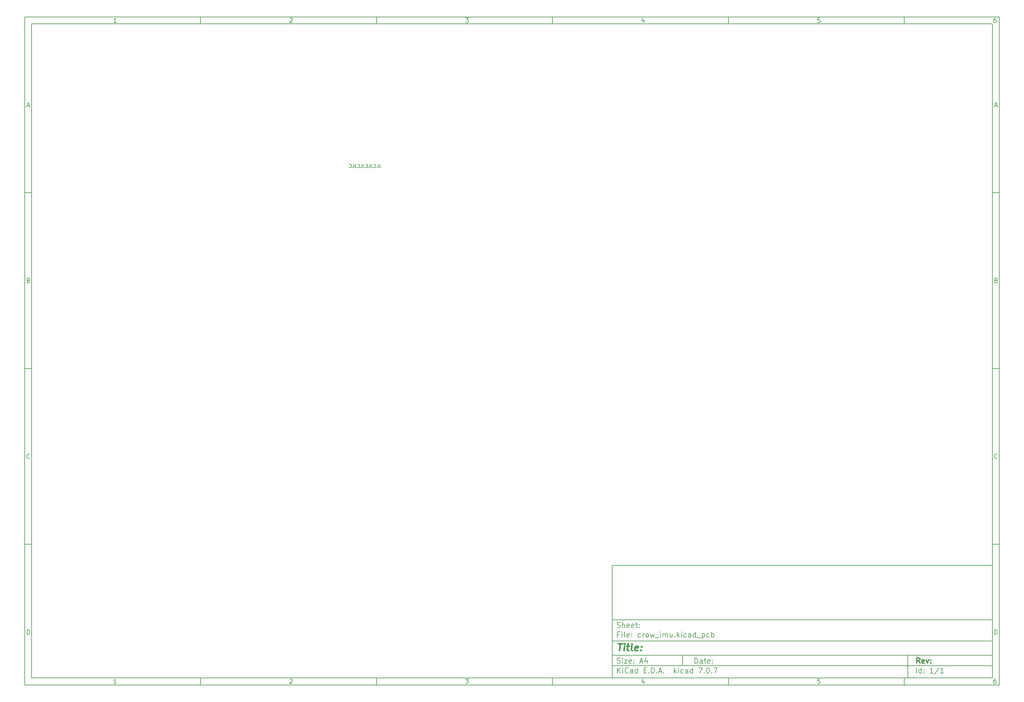
<source format=gbo>
%TF.GenerationSoftware,KiCad,Pcbnew,7.0.7*%
%TF.CreationDate,2024-01-01T11:16:14+09:00*%
%TF.ProjectId,crow_imu,63726f77-5f69-46d7-952e-6b696361645f,rev?*%
%TF.SameCoordinates,Original*%
%TF.FileFunction,Legend,Bot*%
%TF.FilePolarity,Positive*%
%FSLAX46Y46*%
G04 Gerber Fmt 4.6, Leading zero omitted, Abs format (unit mm)*
G04 Created by KiCad (PCBNEW 7.0.7) date 2024-01-01 11:16:14*
%MOMM*%
%LPD*%
G01*
G04 APERTURE LIST*
%ADD10C,0.100000*%
%ADD11C,0.150000*%
%ADD12C,0.300000*%
%ADD13C,0.400000*%
%ADD14C,0.200000*%
G04 APERTURE END LIST*
D10*
D11*
X177002200Y-166007200D02*
X285002200Y-166007200D01*
X285002200Y-198007200D01*
X177002200Y-198007200D01*
X177002200Y-166007200D01*
D10*
D11*
X10000000Y-10000000D02*
X287002200Y-10000000D01*
X287002200Y-200007200D01*
X10000000Y-200007200D01*
X10000000Y-10000000D01*
D10*
D11*
X12000000Y-12000000D02*
X285002200Y-12000000D01*
X285002200Y-198007200D01*
X12000000Y-198007200D01*
X12000000Y-12000000D01*
D10*
D11*
X60000000Y-12000000D02*
X60000000Y-10000000D01*
D10*
D11*
X110000000Y-12000000D02*
X110000000Y-10000000D01*
D10*
D11*
X160000000Y-12000000D02*
X160000000Y-10000000D01*
D10*
D11*
X210000000Y-12000000D02*
X210000000Y-10000000D01*
D10*
D11*
X260000000Y-12000000D02*
X260000000Y-10000000D01*
D10*
D11*
X36089160Y-11593604D02*
X35346303Y-11593604D01*
X35717731Y-11593604D02*
X35717731Y-10293604D01*
X35717731Y-10293604D02*
X35593922Y-10479319D01*
X35593922Y-10479319D02*
X35470112Y-10603128D01*
X35470112Y-10603128D02*
X35346303Y-10665033D01*
D10*
D11*
X85346303Y-10417414D02*
X85408207Y-10355509D01*
X85408207Y-10355509D02*
X85532017Y-10293604D01*
X85532017Y-10293604D02*
X85841541Y-10293604D01*
X85841541Y-10293604D02*
X85965350Y-10355509D01*
X85965350Y-10355509D02*
X86027255Y-10417414D01*
X86027255Y-10417414D02*
X86089160Y-10541223D01*
X86089160Y-10541223D02*
X86089160Y-10665033D01*
X86089160Y-10665033D02*
X86027255Y-10850747D01*
X86027255Y-10850747D02*
X85284398Y-11593604D01*
X85284398Y-11593604D02*
X86089160Y-11593604D01*
D10*
D11*
X135284398Y-10293604D02*
X136089160Y-10293604D01*
X136089160Y-10293604D02*
X135655826Y-10788842D01*
X135655826Y-10788842D02*
X135841541Y-10788842D01*
X135841541Y-10788842D02*
X135965350Y-10850747D01*
X135965350Y-10850747D02*
X136027255Y-10912652D01*
X136027255Y-10912652D02*
X136089160Y-11036461D01*
X136089160Y-11036461D02*
X136089160Y-11345985D01*
X136089160Y-11345985D02*
X136027255Y-11469795D01*
X136027255Y-11469795D02*
X135965350Y-11531700D01*
X135965350Y-11531700D02*
X135841541Y-11593604D01*
X135841541Y-11593604D02*
X135470112Y-11593604D01*
X135470112Y-11593604D02*
X135346303Y-11531700D01*
X135346303Y-11531700D02*
X135284398Y-11469795D01*
D10*
D11*
X185965350Y-10726938D02*
X185965350Y-11593604D01*
X185655826Y-10231700D02*
X185346303Y-11160271D01*
X185346303Y-11160271D02*
X186151064Y-11160271D01*
D10*
D11*
X236027255Y-10293604D02*
X235408207Y-10293604D01*
X235408207Y-10293604D02*
X235346303Y-10912652D01*
X235346303Y-10912652D02*
X235408207Y-10850747D01*
X235408207Y-10850747D02*
X235532017Y-10788842D01*
X235532017Y-10788842D02*
X235841541Y-10788842D01*
X235841541Y-10788842D02*
X235965350Y-10850747D01*
X235965350Y-10850747D02*
X236027255Y-10912652D01*
X236027255Y-10912652D02*
X236089160Y-11036461D01*
X236089160Y-11036461D02*
X236089160Y-11345985D01*
X236089160Y-11345985D02*
X236027255Y-11469795D01*
X236027255Y-11469795D02*
X235965350Y-11531700D01*
X235965350Y-11531700D02*
X235841541Y-11593604D01*
X235841541Y-11593604D02*
X235532017Y-11593604D01*
X235532017Y-11593604D02*
X235408207Y-11531700D01*
X235408207Y-11531700D02*
X235346303Y-11469795D01*
D10*
D11*
X285965350Y-10293604D02*
X285717731Y-10293604D01*
X285717731Y-10293604D02*
X285593922Y-10355509D01*
X285593922Y-10355509D02*
X285532017Y-10417414D01*
X285532017Y-10417414D02*
X285408207Y-10603128D01*
X285408207Y-10603128D02*
X285346303Y-10850747D01*
X285346303Y-10850747D02*
X285346303Y-11345985D01*
X285346303Y-11345985D02*
X285408207Y-11469795D01*
X285408207Y-11469795D02*
X285470112Y-11531700D01*
X285470112Y-11531700D02*
X285593922Y-11593604D01*
X285593922Y-11593604D02*
X285841541Y-11593604D01*
X285841541Y-11593604D02*
X285965350Y-11531700D01*
X285965350Y-11531700D02*
X286027255Y-11469795D01*
X286027255Y-11469795D02*
X286089160Y-11345985D01*
X286089160Y-11345985D02*
X286089160Y-11036461D01*
X286089160Y-11036461D02*
X286027255Y-10912652D01*
X286027255Y-10912652D02*
X285965350Y-10850747D01*
X285965350Y-10850747D02*
X285841541Y-10788842D01*
X285841541Y-10788842D02*
X285593922Y-10788842D01*
X285593922Y-10788842D02*
X285470112Y-10850747D01*
X285470112Y-10850747D02*
X285408207Y-10912652D01*
X285408207Y-10912652D02*
X285346303Y-11036461D01*
D10*
D11*
X60000000Y-198007200D02*
X60000000Y-200007200D01*
D10*
D11*
X110000000Y-198007200D02*
X110000000Y-200007200D01*
D10*
D11*
X160000000Y-198007200D02*
X160000000Y-200007200D01*
D10*
D11*
X210000000Y-198007200D02*
X210000000Y-200007200D01*
D10*
D11*
X260000000Y-198007200D02*
X260000000Y-200007200D01*
D10*
D11*
X36089160Y-199600804D02*
X35346303Y-199600804D01*
X35717731Y-199600804D02*
X35717731Y-198300804D01*
X35717731Y-198300804D02*
X35593922Y-198486519D01*
X35593922Y-198486519D02*
X35470112Y-198610328D01*
X35470112Y-198610328D02*
X35346303Y-198672233D01*
D10*
D11*
X85346303Y-198424614D02*
X85408207Y-198362709D01*
X85408207Y-198362709D02*
X85532017Y-198300804D01*
X85532017Y-198300804D02*
X85841541Y-198300804D01*
X85841541Y-198300804D02*
X85965350Y-198362709D01*
X85965350Y-198362709D02*
X86027255Y-198424614D01*
X86027255Y-198424614D02*
X86089160Y-198548423D01*
X86089160Y-198548423D02*
X86089160Y-198672233D01*
X86089160Y-198672233D02*
X86027255Y-198857947D01*
X86027255Y-198857947D02*
X85284398Y-199600804D01*
X85284398Y-199600804D02*
X86089160Y-199600804D01*
D10*
D11*
X135284398Y-198300804D02*
X136089160Y-198300804D01*
X136089160Y-198300804D02*
X135655826Y-198796042D01*
X135655826Y-198796042D02*
X135841541Y-198796042D01*
X135841541Y-198796042D02*
X135965350Y-198857947D01*
X135965350Y-198857947D02*
X136027255Y-198919852D01*
X136027255Y-198919852D02*
X136089160Y-199043661D01*
X136089160Y-199043661D02*
X136089160Y-199353185D01*
X136089160Y-199353185D02*
X136027255Y-199476995D01*
X136027255Y-199476995D02*
X135965350Y-199538900D01*
X135965350Y-199538900D02*
X135841541Y-199600804D01*
X135841541Y-199600804D02*
X135470112Y-199600804D01*
X135470112Y-199600804D02*
X135346303Y-199538900D01*
X135346303Y-199538900D02*
X135284398Y-199476995D01*
D10*
D11*
X185965350Y-198734138D02*
X185965350Y-199600804D01*
X185655826Y-198238900D02*
X185346303Y-199167471D01*
X185346303Y-199167471D02*
X186151064Y-199167471D01*
D10*
D11*
X236027255Y-198300804D02*
X235408207Y-198300804D01*
X235408207Y-198300804D02*
X235346303Y-198919852D01*
X235346303Y-198919852D02*
X235408207Y-198857947D01*
X235408207Y-198857947D02*
X235532017Y-198796042D01*
X235532017Y-198796042D02*
X235841541Y-198796042D01*
X235841541Y-198796042D02*
X235965350Y-198857947D01*
X235965350Y-198857947D02*
X236027255Y-198919852D01*
X236027255Y-198919852D02*
X236089160Y-199043661D01*
X236089160Y-199043661D02*
X236089160Y-199353185D01*
X236089160Y-199353185D02*
X236027255Y-199476995D01*
X236027255Y-199476995D02*
X235965350Y-199538900D01*
X235965350Y-199538900D02*
X235841541Y-199600804D01*
X235841541Y-199600804D02*
X235532017Y-199600804D01*
X235532017Y-199600804D02*
X235408207Y-199538900D01*
X235408207Y-199538900D02*
X235346303Y-199476995D01*
D10*
D11*
X285965350Y-198300804D02*
X285717731Y-198300804D01*
X285717731Y-198300804D02*
X285593922Y-198362709D01*
X285593922Y-198362709D02*
X285532017Y-198424614D01*
X285532017Y-198424614D02*
X285408207Y-198610328D01*
X285408207Y-198610328D02*
X285346303Y-198857947D01*
X285346303Y-198857947D02*
X285346303Y-199353185D01*
X285346303Y-199353185D02*
X285408207Y-199476995D01*
X285408207Y-199476995D02*
X285470112Y-199538900D01*
X285470112Y-199538900D02*
X285593922Y-199600804D01*
X285593922Y-199600804D02*
X285841541Y-199600804D01*
X285841541Y-199600804D02*
X285965350Y-199538900D01*
X285965350Y-199538900D02*
X286027255Y-199476995D01*
X286027255Y-199476995D02*
X286089160Y-199353185D01*
X286089160Y-199353185D02*
X286089160Y-199043661D01*
X286089160Y-199043661D02*
X286027255Y-198919852D01*
X286027255Y-198919852D02*
X285965350Y-198857947D01*
X285965350Y-198857947D02*
X285841541Y-198796042D01*
X285841541Y-198796042D02*
X285593922Y-198796042D01*
X285593922Y-198796042D02*
X285470112Y-198857947D01*
X285470112Y-198857947D02*
X285408207Y-198919852D01*
X285408207Y-198919852D02*
X285346303Y-199043661D01*
D10*
D11*
X10000000Y-60000000D02*
X12000000Y-60000000D01*
D10*
D11*
X10000000Y-110000000D02*
X12000000Y-110000000D01*
D10*
D11*
X10000000Y-160000000D02*
X12000000Y-160000000D01*
D10*
D11*
X10690476Y-35222176D02*
X11309523Y-35222176D01*
X10566666Y-35593604D02*
X10999999Y-34293604D01*
X10999999Y-34293604D02*
X11433333Y-35593604D01*
D10*
D11*
X11092857Y-84912652D02*
X11278571Y-84974557D01*
X11278571Y-84974557D02*
X11340476Y-85036461D01*
X11340476Y-85036461D02*
X11402380Y-85160271D01*
X11402380Y-85160271D02*
X11402380Y-85345985D01*
X11402380Y-85345985D02*
X11340476Y-85469795D01*
X11340476Y-85469795D02*
X11278571Y-85531700D01*
X11278571Y-85531700D02*
X11154761Y-85593604D01*
X11154761Y-85593604D02*
X10659523Y-85593604D01*
X10659523Y-85593604D02*
X10659523Y-84293604D01*
X10659523Y-84293604D02*
X11092857Y-84293604D01*
X11092857Y-84293604D02*
X11216666Y-84355509D01*
X11216666Y-84355509D02*
X11278571Y-84417414D01*
X11278571Y-84417414D02*
X11340476Y-84541223D01*
X11340476Y-84541223D02*
X11340476Y-84665033D01*
X11340476Y-84665033D02*
X11278571Y-84788842D01*
X11278571Y-84788842D02*
X11216666Y-84850747D01*
X11216666Y-84850747D02*
X11092857Y-84912652D01*
X11092857Y-84912652D02*
X10659523Y-84912652D01*
D10*
D11*
X11402380Y-135469795D02*
X11340476Y-135531700D01*
X11340476Y-135531700D02*
X11154761Y-135593604D01*
X11154761Y-135593604D02*
X11030952Y-135593604D01*
X11030952Y-135593604D02*
X10845238Y-135531700D01*
X10845238Y-135531700D02*
X10721428Y-135407890D01*
X10721428Y-135407890D02*
X10659523Y-135284080D01*
X10659523Y-135284080D02*
X10597619Y-135036461D01*
X10597619Y-135036461D02*
X10597619Y-134850747D01*
X10597619Y-134850747D02*
X10659523Y-134603128D01*
X10659523Y-134603128D02*
X10721428Y-134479319D01*
X10721428Y-134479319D02*
X10845238Y-134355509D01*
X10845238Y-134355509D02*
X11030952Y-134293604D01*
X11030952Y-134293604D02*
X11154761Y-134293604D01*
X11154761Y-134293604D02*
X11340476Y-134355509D01*
X11340476Y-134355509D02*
X11402380Y-134417414D01*
D10*
D11*
X10659523Y-185593604D02*
X10659523Y-184293604D01*
X10659523Y-184293604D02*
X10969047Y-184293604D01*
X10969047Y-184293604D02*
X11154761Y-184355509D01*
X11154761Y-184355509D02*
X11278571Y-184479319D01*
X11278571Y-184479319D02*
X11340476Y-184603128D01*
X11340476Y-184603128D02*
X11402380Y-184850747D01*
X11402380Y-184850747D02*
X11402380Y-185036461D01*
X11402380Y-185036461D02*
X11340476Y-185284080D01*
X11340476Y-185284080D02*
X11278571Y-185407890D01*
X11278571Y-185407890D02*
X11154761Y-185531700D01*
X11154761Y-185531700D02*
X10969047Y-185593604D01*
X10969047Y-185593604D02*
X10659523Y-185593604D01*
D10*
D11*
X287002200Y-60000000D02*
X285002200Y-60000000D01*
D10*
D11*
X287002200Y-110000000D02*
X285002200Y-110000000D01*
D10*
D11*
X287002200Y-160000000D02*
X285002200Y-160000000D01*
D10*
D11*
X285692676Y-35222176D02*
X286311723Y-35222176D01*
X285568866Y-35593604D02*
X286002199Y-34293604D01*
X286002199Y-34293604D02*
X286435533Y-35593604D01*
D10*
D11*
X286095057Y-84912652D02*
X286280771Y-84974557D01*
X286280771Y-84974557D02*
X286342676Y-85036461D01*
X286342676Y-85036461D02*
X286404580Y-85160271D01*
X286404580Y-85160271D02*
X286404580Y-85345985D01*
X286404580Y-85345985D02*
X286342676Y-85469795D01*
X286342676Y-85469795D02*
X286280771Y-85531700D01*
X286280771Y-85531700D02*
X286156961Y-85593604D01*
X286156961Y-85593604D02*
X285661723Y-85593604D01*
X285661723Y-85593604D02*
X285661723Y-84293604D01*
X285661723Y-84293604D02*
X286095057Y-84293604D01*
X286095057Y-84293604D02*
X286218866Y-84355509D01*
X286218866Y-84355509D02*
X286280771Y-84417414D01*
X286280771Y-84417414D02*
X286342676Y-84541223D01*
X286342676Y-84541223D02*
X286342676Y-84665033D01*
X286342676Y-84665033D02*
X286280771Y-84788842D01*
X286280771Y-84788842D02*
X286218866Y-84850747D01*
X286218866Y-84850747D02*
X286095057Y-84912652D01*
X286095057Y-84912652D02*
X285661723Y-84912652D01*
D10*
D11*
X286404580Y-135469795D02*
X286342676Y-135531700D01*
X286342676Y-135531700D02*
X286156961Y-135593604D01*
X286156961Y-135593604D02*
X286033152Y-135593604D01*
X286033152Y-135593604D02*
X285847438Y-135531700D01*
X285847438Y-135531700D02*
X285723628Y-135407890D01*
X285723628Y-135407890D02*
X285661723Y-135284080D01*
X285661723Y-135284080D02*
X285599819Y-135036461D01*
X285599819Y-135036461D02*
X285599819Y-134850747D01*
X285599819Y-134850747D02*
X285661723Y-134603128D01*
X285661723Y-134603128D02*
X285723628Y-134479319D01*
X285723628Y-134479319D02*
X285847438Y-134355509D01*
X285847438Y-134355509D02*
X286033152Y-134293604D01*
X286033152Y-134293604D02*
X286156961Y-134293604D01*
X286156961Y-134293604D02*
X286342676Y-134355509D01*
X286342676Y-134355509D02*
X286404580Y-134417414D01*
D10*
D11*
X285661723Y-185593604D02*
X285661723Y-184293604D01*
X285661723Y-184293604D02*
X285971247Y-184293604D01*
X285971247Y-184293604D02*
X286156961Y-184355509D01*
X286156961Y-184355509D02*
X286280771Y-184479319D01*
X286280771Y-184479319D02*
X286342676Y-184603128D01*
X286342676Y-184603128D02*
X286404580Y-184850747D01*
X286404580Y-184850747D02*
X286404580Y-185036461D01*
X286404580Y-185036461D02*
X286342676Y-185284080D01*
X286342676Y-185284080D02*
X286280771Y-185407890D01*
X286280771Y-185407890D02*
X286156961Y-185531700D01*
X286156961Y-185531700D02*
X285971247Y-185593604D01*
X285971247Y-185593604D02*
X285661723Y-185593604D01*
D10*
D11*
X200458026Y-193793328D02*
X200458026Y-192293328D01*
X200458026Y-192293328D02*
X200815169Y-192293328D01*
X200815169Y-192293328D02*
X201029455Y-192364757D01*
X201029455Y-192364757D02*
X201172312Y-192507614D01*
X201172312Y-192507614D02*
X201243741Y-192650471D01*
X201243741Y-192650471D02*
X201315169Y-192936185D01*
X201315169Y-192936185D02*
X201315169Y-193150471D01*
X201315169Y-193150471D02*
X201243741Y-193436185D01*
X201243741Y-193436185D02*
X201172312Y-193579042D01*
X201172312Y-193579042D02*
X201029455Y-193721900D01*
X201029455Y-193721900D02*
X200815169Y-193793328D01*
X200815169Y-193793328D02*
X200458026Y-193793328D01*
X202600884Y-193793328D02*
X202600884Y-193007614D01*
X202600884Y-193007614D02*
X202529455Y-192864757D01*
X202529455Y-192864757D02*
X202386598Y-192793328D01*
X202386598Y-192793328D02*
X202100884Y-192793328D01*
X202100884Y-192793328D02*
X201958026Y-192864757D01*
X202600884Y-193721900D02*
X202458026Y-193793328D01*
X202458026Y-193793328D02*
X202100884Y-193793328D01*
X202100884Y-193793328D02*
X201958026Y-193721900D01*
X201958026Y-193721900D02*
X201886598Y-193579042D01*
X201886598Y-193579042D02*
X201886598Y-193436185D01*
X201886598Y-193436185D02*
X201958026Y-193293328D01*
X201958026Y-193293328D02*
X202100884Y-193221900D01*
X202100884Y-193221900D02*
X202458026Y-193221900D01*
X202458026Y-193221900D02*
X202600884Y-193150471D01*
X203100884Y-192793328D02*
X203672312Y-192793328D01*
X203315169Y-192293328D02*
X203315169Y-193579042D01*
X203315169Y-193579042D02*
X203386598Y-193721900D01*
X203386598Y-193721900D02*
X203529455Y-193793328D01*
X203529455Y-193793328D02*
X203672312Y-193793328D01*
X204743741Y-193721900D02*
X204600884Y-193793328D01*
X204600884Y-193793328D02*
X204315170Y-193793328D01*
X204315170Y-193793328D02*
X204172312Y-193721900D01*
X204172312Y-193721900D02*
X204100884Y-193579042D01*
X204100884Y-193579042D02*
X204100884Y-193007614D01*
X204100884Y-193007614D02*
X204172312Y-192864757D01*
X204172312Y-192864757D02*
X204315170Y-192793328D01*
X204315170Y-192793328D02*
X204600884Y-192793328D01*
X204600884Y-192793328D02*
X204743741Y-192864757D01*
X204743741Y-192864757D02*
X204815170Y-193007614D01*
X204815170Y-193007614D02*
X204815170Y-193150471D01*
X204815170Y-193150471D02*
X204100884Y-193293328D01*
X205458026Y-193650471D02*
X205529455Y-193721900D01*
X205529455Y-193721900D02*
X205458026Y-193793328D01*
X205458026Y-193793328D02*
X205386598Y-193721900D01*
X205386598Y-193721900D02*
X205458026Y-193650471D01*
X205458026Y-193650471D02*
X205458026Y-193793328D01*
X205458026Y-192864757D02*
X205529455Y-192936185D01*
X205529455Y-192936185D02*
X205458026Y-193007614D01*
X205458026Y-193007614D02*
X205386598Y-192936185D01*
X205386598Y-192936185D02*
X205458026Y-192864757D01*
X205458026Y-192864757D02*
X205458026Y-193007614D01*
D10*
D11*
X177002200Y-194507200D02*
X285002200Y-194507200D01*
D10*
D11*
X178458026Y-196593328D02*
X178458026Y-195093328D01*
X179315169Y-196593328D02*
X178672312Y-195736185D01*
X179315169Y-195093328D02*
X178458026Y-195950471D01*
X179958026Y-196593328D02*
X179958026Y-195593328D01*
X179958026Y-195093328D02*
X179886598Y-195164757D01*
X179886598Y-195164757D02*
X179958026Y-195236185D01*
X179958026Y-195236185D02*
X180029455Y-195164757D01*
X180029455Y-195164757D02*
X179958026Y-195093328D01*
X179958026Y-195093328D02*
X179958026Y-195236185D01*
X181529455Y-196450471D02*
X181458027Y-196521900D01*
X181458027Y-196521900D02*
X181243741Y-196593328D01*
X181243741Y-196593328D02*
X181100884Y-196593328D01*
X181100884Y-196593328D02*
X180886598Y-196521900D01*
X180886598Y-196521900D02*
X180743741Y-196379042D01*
X180743741Y-196379042D02*
X180672312Y-196236185D01*
X180672312Y-196236185D02*
X180600884Y-195950471D01*
X180600884Y-195950471D02*
X180600884Y-195736185D01*
X180600884Y-195736185D02*
X180672312Y-195450471D01*
X180672312Y-195450471D02*
X180743741Y-195307614D01*
X180743741Y-195307614D02*
X180886598Y-195164757D01*
X180886598Y-195164757D02*
X181100884Y-195093328D01*
X181100884Y-195093328D02*
X181243741Y-195093328D01*
X181243741Y-195093328D02*
X181458027Y-195164757D01*
X181458027Y-195164757D02*
X181529455Y-195236185D01*
X182815170Y-196593328D02*
X182815170Y-195807614D01*
X182815170Y-195807614D02*
X182743741Y-195664757D01*
X182743741Y-195664757D02*
X182600884Y-195593328D01*
X182600884Y-195593328D02*
X182315170Y-195593328D01*
X182315170Y-195593328D02*
X182172312Y-195664757D01*
X182815170Y-196521900D02*
X182672312Y-196593328D01*
X182672312Y-196593328D02*
X182315170Y-196593328D01*
X182315170Y-196593328D02*
X182172312Y-196521900D01*
X182172312Y-196521900D02*
X182100884Y-196379042D01*
X182100884Y-196379042D02*
X182100884Y-196236185D01*
X182100884Y-196236185D02*
X182172312Y-196093328D01*
X182172312Y-196093328D02*
X182315170Y-196021900D01*
X182315170Y-196021900D02*
X182672312Y-196021900D01*
X182672312Y-196021900D02*
X182815170Y-195950471D01*
X184172313Y-196593328D02*
X184172313Y-195093328D01*
X184172313Y-196521900D02*
X184029455Y-196593328D01*
X184029455Y-196593328D02*
X183743741Y-196593328D01*
X183743741Y-196593328D02*
X183600884Y-196521900D01*
X183600884Y-196521900D02*
X183529455Y-196450471D01*
X183529455Y-196450471D02*
X183458027Y-196307614D01*
X183458027Y-196307614D02*
X183458027Y-195879042D01*
X183458027Y-195879042D02*
X183529455Y-195736185D01*
X183529455Y-195736185D02*
X183600884Y-195664757D01*
X183600884Y-195664757D02*
X183743741Y-195593328D01*
X183743741Y-195593328D02*
X184029455Y-195593328D01*
X184029455Y-195593328D02*
X184172313Y-195664757D01*
X186029455Y-195807614D02*
X186529455Y-195807614D01*
X186743741Y-196593328D02*
X186029455Y-196593328D01*
X186029455Y-196593328D02*
X186029455Y-195093328D01*
X186029455Y-195093328D02*
X186743741Y-195093328D01*
X187386598Y-196450471D02*
X187458027Y-196521900D01*
X187458027Y-196521900D02*
X187386598Y-196593328D01*
X187386598Y-196593328D02*
X187315170Y-196521900D01*
X187315170Y-196521900D02*
X187386598Y-196450471D01*
X187386598Y-196450471D02*
X187386598Y-196593328D01*
X188100884Y-196593328D02*
X188100884Y-195093328D01*
X188100884Y-195093328D02*
X188458027Y-195093328D01*
X188458027Y-195093328D02*
X188672313Y-195164757D01*
X188672313Y-195164757D02*
X188815170Y-195307614D01*
X188815170Y-195307614D02*
X188886599Y-195450471D01*
X188886599Y-195450471D02*
X188958027Y-195736185D01*
X188958027Y-195736185D02*
X188958027Y-195950471D01*
X188958027Y-195950471D02*
X188886599Y-196236185D01*
X188886599Y-196236185D02*
X188815170Y-196379042D01*
X188815170Y-196379042D02*
X188672313Y-196521900D01*
X188672313Y-196521900D02*
X188458027Y-196593328D01*
X188458027Y-196593328D02*
X188100884Y-196593328D01*
X189600884Y-196450471D02*
X189672313Y-196521900D01*
X189672313Y-196521900D02*
X189600884Y-196593328D01*
X189600884Y-196593328D02*
X189529456Y-196521900D01*
X189529456Y-196521900D02*
X189600884Y-196450471D01*
X189600884Y-196450471D02*
X189600884Y-196593328D01*
X190243742Y-196164757D02*
X190958028Y-196164757D01*
X190100885Y-196593328D02*
X190600885Y-195093328D01*
X190600885Y-195093328D02*
X191100885Y-196593328D01*
X191600884Y-196450471D02*
X191672313Y-196521900D01*
X191672313Y-196521900D02*
X191600884Y-196593328D01*
X191600884Y-196593328D02*
X191529456Y-196521900D01*
X191529456Y-196521900D02*
X191600884Y-196450471D01*
X191600884Y-196450471D02*
X191600884Y-196593328D01*
X194600884Y-196593328D02*
X194600884Y-195093328D01*
X194743742Y-196021900D02*
X195172313Y-196593328D01*
X195172313Y-195593328D02*
X194600884Y-196164757D01*
X195815170Y-196593328D02*
X195815170Y-195593328D01*
X195815170Y-195093328D02*
X195743742Y-195164757D01*
X195743742Y-195164757D02*
X195815170Y-195236185D01*
X195815170Y-195236185D02*
X195886599Y-195164757D01*
X195886599Y-195164757D02*
X195815170Y-195093328D01*
X195815170Y-195093328D02*
X195815170Y-195236185D01*
X197172314Y-196521900D02*
X197029456Y-196593328D01*
X197029456Y-196593328D02*
X196743742Y-196593328D01*
X196743742Y-196593328D02*
X196600885Y-196521900D01*
X196600885Y-196521900D02*
X196529456Y-196450471D01*
X196529456Y-196450471D02*
X196458028Y-196307614D01*
X196458028Y-196307614D02*
X196458028Y-195879042D01*
X196458028Y-195879042D02*
X196529456Y-195736185D01*
X196529456Y-195736185D02*
X196600885Y-195664757D01*
X196600885Y-195664757D02*
X196743742Y-195593328D01*
X196743742Y-195593328D02*
X197029456Y-195593328D01*
X197029456Y-195593328D02*
X197172314Y-195664757D01*
X198458028Y-196593328D02*
X198458028Y-195807614D01*
X198458028Y-195807614D02*
X198386599Y-195664757D01*
X198386599Y-195664757D02*
X198243742Y-195593328D01*
X198243742Y-195593328D02*
X197958028Y-195593328D01*
X197958028Y-195593328D02*
X197815170Y-195664757D01*
X198458028Y-196521900D02*
X198315170Y-196593328D01*
X198315170Y-196593328D02*
X197958028Y-196593328D01*
X197958028Y-196593328D02*
X197815170Y-196521900D01*
X197815170Y-196521900D02*
X197743742Y-196379042D01*
X197743742Y-196379042D02*
X197743742Y-196236185D01*
X197743742Y-196236185D02*
X197815170Y-196093328D01*
X197815170Y-196093328D02*
X197958028Y-196021900D01*
X197958028Y-196021900D02*
X198315170Y-196021900D01*
X198315170Y-196021900D02*
X198458028Y-195950471D01*
X199815171Y-196593328D02*
X199815171Y-195093328D01*
X199815171Y-196521900D02*
X199672313Y-196593328D01*
X199672313Y-196593328D02*
X199386599Y-196593328D01*
X199386599Y-196593328D02*
X199243742Y-196521900D01*
X199243742Y-196521900D02*
X199172313Y-196450471D01*
X199172313Y-196450471D02*
X199100885Y-196307614D01*
X199100885Y-196307614D02*
X199100885Y-195879042D01*
X199100885Y-195879042D02*
X199172313Y-195736185D01*
X199172313Y-195736185D02*
X199243742Y-195664757D01*
X199243742Y-195664757D02*
X199386599Y-195593328D01*
X199386599Y-195593328D02*
X199672313Y-195593328D01*
X199672313Y-195593328D02*
X199815171Y-195664757D01*
X201529456Y-195093328D02*
X202529456Y-195093328D01*
X202529456Y-195093328D02*
X201886599Y-196593328D01*
X203100884Y-196450471D02*
X203172313Y-196521900D01*
X203172313Y-196521900D02*
X203100884Y-196593328D01*
X203100884Y-196593328D02*
X203029456Y-196521900D01*
X203029456Y-196521900D02*
X203100884Y-196450471D01*
X203100884Y-196450471D02*
X203100884Y-196593328D01*
X204100885Y-195093328D02*
X204243742Y-195093328D01*
X204243742Y-195093328D02*
X204386599Y-195164757D01*
X204386599Y-195164757D02*
X204458028Y-195236185D01*
X204458028Y-195236185D02*
X204529456Y-195379042D01*
X204529456Y-195379042D02*
X204600885Y-195664757D01*
X204600885Y-195664757D02*
X204600885Y-196021900D01*
X204600885Y-196021900D02*
X204529456Y-196307614D01*
X204529456Y-196307614D02*
X204458028Y-196450471D01*
X204458028Y-196450471D02*
X204386599Y-196521900D01*
X204386599Y-196521900D02*
X204243742Y-196593328D01*
X204243742Y-196593328D02*
X204100885Y-196593328D01*
X204100885Y-196593328D02*
X203958028Y-196521900D01*
X203958028Y-196521900D02*
X203886599Y-196450471D01*
X203886599Y-196450471D02*
X203815170Y-196307614D01*
X203815170Y-196307614D02*
X203743742Y-196021900D01*
X203743742Y-196021900D02*
X203743742Y-195664757D01*
X203743742Y-195664757D02*
X203815170Y-195379042D01*
X203815170Y-195379042D02*
X203886599Y-195236185D01*
X203886599Y-195236185D02*
X203958028Y-195164757D01*
X203958028Y-195164757D02*
X204100885Y-195093328D01*
X205243741Y-196450471D02*
X205315170Y-196521900D01*
X205315170Y-196521900D02*
X205243741Y-196593328D01*
X205243741Y-196593328D02*
X205172313Y-196521900D01*
X205172313Y-196521900D02*
X205243741Y-196450471D01*
X205243741Y-196450471D02*
X205243741Y-196593328D01*
X205815170Y-195093328D02*
X206815170Y-195093328D01*
X206815170Y-195093328D02*
X206172313Y-196593328D01*
D10*
D11*
X177002200Y-191507200D02*
X285002200Y-191507200D01*
D10*
D12*
X264413853Y-193785528D02*
X263913853Y-193071242D01*
X263556710Y-193785528D02*
X263556710Y-192285528D01*
X263556710Y-192285528D02*
X264128139Y-192285528D01*
X264128139Y-192285528D02*
X264270996Y-192356957D01*
X264270996Y-192356957D02*
X264342425Y-192428385D01*
X264342425Y-192428385D02*
X264413853Y-192571242D01*
X264413853Y-192571242D02*
X264413853Y-192785528D01*
X264413853Y-192785528D02*
X264342425Y-192928385D01*
X264342425Y-192928385D02*
X264270996Y-192999814D01*
X264270996Y-192999814D02*
X264128139Y-193071242D01*
X264128139Y-193071242D02*
X263556710Y-193071242D01*
X265628139Y-193714100D02*
X265485282Y-193785528D01*
X265485282Y-193785528D02*
X265199568Y-193785528D01*
X265199568Y-193785528D02*
X265056710Y-193714100D01*
X265056710Y-193714100D02*
X264985282Y-193571242D01*
X264985282Y-193571242D02*
X264985282Y-192999814D01*
X264985282Y-192999814D02*
X265056710Y-192856957D01*
X265056710Y-192856957D02*
X265199568Y-192785528D01*
X265199568Y-192785528D02*
X265485282Y-192785528D01*
X265485282Y-192785528D02*
X265628139Y-192856957D01*
X265628139Y-192856957D02*
X265699568Y-192999814D01*
X265699568Y-192999814D02*
X265699568Y-193142671D01*
X265699568Y-193142671D02*
X264985282Y-193285528D01*
X266199567Y-192785528D02*
X266556710Y-193785528D01*
X266556710Y-193785528D02*
X266913853Y-192785528D01*
X267485281Y-193642671D02*
X267556710Y-193714100D01*
X267556710Y-193714100D02*
X267485281Y-193785528D01*
X267485281Y-193785528D02*
X267413853Y-193714100D01*
X267413853Y-193714100D02*
X267485281Y-193642671D01*
X267485281Y-193642671D02*
X267485281Y-193785528D01*
X267485281Y-192856957D02*
X267556710Y-192928385D01*
X267556710Y-192928385D02*
X267485281Y-192999814D01*
X267485281Y-192999814D02*
X267413853Y-192928385D01*
X267413853Y-192928385D02*
X267485281Y-192856957D01*
X267485281Y-192856957D02*
X267485281Y-192999814D01*
D10*
D11*
X178386598Y-193721900D02*
X178600884Y-193793328D01*
X178600884Y-193793328D02*
X178958026Y-193793328D01*
X178958026Y-193793328D02*
X179100884Y-193721900D01*
X179100884Y-193721900D02*
X179172312Y-193650471D01*
X179172312Y-193650471D02*
X179243741Y-193507614D01*
X179243741Y-193507614D02*
X179243741Y-193364757D01*
X179243741Y-193364757D02*
X179172312Y-193221900D01*
X179172312Y-193221900D02*
X179100884Y-193150471D01*
X179100884Y-193150471D02*
X178958026Y-193079042D01*
X178958026Y-193079042D02*
X178672312Y-193007614D01*
X178672312Y-193007614D02*
X178529455Y-192936185D01*
X178529455Y-192936185D02*
X178458026Y-192864757D01*
X178458026Y-192864757D02*
X178386598Y-192721900D01*
X178386598Y-192721900D02*
X178386598Y-192579042D01*
X178386598Y-192579042D02*
X178458026Y-192436185D01*
X178458026Y-192436185D02*
X178529455Y-192364757D01*
X178529455Y-192364757D02*
X178672312Y-192293328D01*
X178672312Y-192293328D02*
X179029455Y-192293328D01*
X179029455Y-192293328D02*
X179243741Y-192364757D01*
X179886597Y-193793328D02*
X179886597Y-192793328D01*
X179886597Y-192293328D02*
X179815169Y-192364757D01*
X179815169Y-192364757D02*
X179886597Y-192436185D01*
X179886597Y-192436185D02*
X179958026Y-192364757D01*
X179958026Y-192364757D02*
X179886597Y-192293328D01*
X179886597Y-192293328D02*
X179886597Y-192436185D01*
X180458026Y-192793328D02*
X181243741Y-192793328D01*
X181243741Y-192793328D02*
X180458026Y-193793328D01*
X180458026Y-193793328D02*
X181243741Y-193793328D01*
X182386598Y-193721900D02*
X182243741Y-193793328D01*
X182243741Y-193793328D02*
X181958027Y-193793328D01*
X181958027Y-193793328D02*
X181815169Y-193721900D01*
X181815169Y-193721900D02*
X181743741Y-193579042D01*
X181743741Y-193579042D02*
X181743741Y-193007614D01*
X181743741Y-193007614D02*
X181815169Y-192864757D01*
X181815169Y-192864757D02*
X181958027Y-192793328D01*
X181958027Y-192793328D02*
X182243741Y-192793328D01*
X182243741Y-192793328D02*
X182386598Y-192864757D01*
X182386598Y-192864757D02*
X182458027Y-193007614D01*
X182458027Y-193007614D02*
X182458027Y-193150471D01*
X182458027Y-193150471D02*
X181743741Y-193293328D01*
X183100883Y-193650471D02*
X183172312Y-193721900D01*
X183172312Y-193721900D02*
X183100883Y-193793328D01*
X183100883Y-193793328D02*
X183029455Y-193721900D01*
X183029455Y-193721900D02*
X183100883Y-193650471D01*
X183100883Y-193650471D02*
X183100883Y-193793328D01*
X183100883Y-192864757D02*
X183172312Y-192936185D01*
X183172312Y-192936185D02*
X183100883Y-193007614D01*
X183100883Y-193007614D02*
X183029455Y-192936185D01*
X183029455Y-192936185D02*
X183100883Y-192864757D01*
X183100883Y-192864757D02*
X183100883Y-193007614D01*
X184886598Y-193364757D02*
X185600884Y-193364757D01*
X184743741Y-193793328D02*
X185243741Y-192293328D01*
X185243741Y-192293328D02*
X185743741Y-193793328D01*
X186886598Y-192793328D02*
X186886598Y-193793328D01*
X186529455Y-192221900D02*
X186172312Y-193293328D01*
X186172312Y-193293328D02*
X187100883Y-193293328D01*
D10*
D11*
X263458026Y-196593328D02*
X263458026Y-195093328D01*
X264815170Y-196593328D02*
X264815170Y-195093328D01*
X264815170Y-196521900D02*
X264672312Y-196593328D01*
X264672312Y-196593328D02*
X264386598Y-196593328D01*
X264386598Y-196593328D02*
X264243741Y-196521900D01*
X264243741Y-196521900D02*
X264172312Y-196450471D01*
X264172312Y-196450471D02*
X264100884Y-196307614D01*
X264100884Y-196307614D02*
X264100884Y-195879042D01*
X264100884Y-195879042D02*
X264172312Y-195736185D01*
X264172312Y-195736185D02*
X264243741Y-195664757D01*
X264243741Y-195664757D02*
X264386598Y-195593328D01*
X264386598Y-195593328D02*
X264672312Y-195593328D01*
X264672312Y-195593328D02*
X264815170Y-195664757D01*
X265529455Y-196450471D02*
X265600884Y-196521900D01*
X265600884Y-196521900D02*
X265529455Y-196593328D01*
X265529455Y-196593328D02*
X265458027Y-196521900D01*
X265458027Y-196521900D02*
X265529455Y-196450471D01*
X265529455Y-196450471D02*
X265529455Y-196593328D01*
X265529455Y-195664757D02*
X265600884Y-195736185D01*
X265600884Y-195736185D02*
X265529455Y-195807614D01*
X265529455Y-195807614D02*
X265458027Y-195736185D01*
X265458027Y-195736185D02*
X265529455Y-195664757D01*
X265529455Y-195664757D02*
X265529455Y-195807614D01*
X268172313Y-196593328D02*
X267315170Y-196593328D01*
X267743741Y-196593328D02*
X267743741Y-195093328D01*
X267743741Y-195093328D02*
X267600884Y-195307614D01*
X267600884Y-195307614D02*
X267458027Y-195450471D01*
X267458027Y-195450471D02*
X267315170Y-195521900D01*
X269886598Y-195021900D02*
X268600884Y-196950471D01*
X271172313Y-196593328D02*
X270315170Y-196593328D01*
X270743741Y-196593328D02*
X270743741Y-195093328D01*
X270743741Y-195093328D02*
X270600884Y-195307614D01*
X270600884Y-195307614D02*
X270458027Y-195450471D01*
X270458027Y-195450471D02*
X270315170Y-195521900D01*
D10*
D11*
X177002200Y-187507200D02*
X285002200Y-187507200D01*
D10*
D13*
X178693928Y-188211638D02*
X179836785Y-188211638D01*
X179015357Y-190211638D02*
X179265357Y-188211638D01*
X180253452Y-190211638D02*
X180420119Y-188878304D01*
X180503452Y-188211638D02*
X180396309Y-188306876D01*
X180396309Y-188306876D02*
X180479643Y-188402114D01*
X180479643Y-188402114D02*
X180586786Y-188306876D01*
X180586786Y-188306876D02*
X180503452Y-188211638D01*
X180503452Y-188211638D02*
X180479643Y-188402114D01*
X181086786Y-188878304D02*
X181848690Y-188878304D01*
X181455833Y-188211638D02*
X181241548Y-189925923D01*
X181241548Y-189925923D02*
X181312976Y-190116400D01*
X181312976Y-190116400D02*
X181491548Y-190211638D01*
X181491548Y-190211638D02*
X181682024Y-190211638D01*
X182634405Y-190211638D02*
X182455833Y-190116400D01*
X182455833Y-190116400D02*
X182384405Y-189925923D01*
X182384405Y-189925923D02*
X182598690Y-188211638D01*
X184170119Y-190116400D02*
X183967738Y-190211638D01*
X183967738Y-190211638D02*
X183586785Y-190211638D01*
X183586785Y-190211638D02*
X183408214Y-190116400D01*
X183408214Y-190116400D02*
X183336785Y-189925923D01*
X183336785Y-189925923D02*
X183432024Y-189164019D01*
X183432024Y-189164019D02*
X183551071Y-188973542D01*
X183551071Y-188973542D02*
X183753452Y-188878304D01*
X183753452Y-188878304D02*
X184134404Y-188878304D01*
X184134404Y-188878304D02*
X184312976Y-188973542D01*
X184312976Y-188973542D02*
X184384404Y-189164019D01*
X184384404Y-189164019D02*
X184360595Y-189354495D01*
X184360595Y-189354495D02*
X183384404Y-189544971D01*
X185134405Y-190021161D02*
X185217738Y-190116400D01*
X185217738Y-190116400D02*
X185110595Y-190211638D01*
X185110595Y-190211638D02*
X185027262Y-190116400D01*
X185027262Y-190116400D02*
X185134405Y-190021161D01*
X185134405Y-190021161D02*
X185110595Y-190211638D01*
X185265357Y-188973542D02*
X185348690Y-189068780D01*
X185348690Y-189068780D02*
X185241548Y-189164019D01*
X185241548Y-189164019D02*
X185158214Y-189068780D01*
X185158214Y-189068780D02*
X185265357Y-188973542D01*
X185265357Y-188973542D02*
X185241548Y-189164019D01*
D10*
D11*
X178958026Y-185607614D02*
X178458026Y-185607614D01*
X178458026Y-186393328D02*
X178458026Y-184893328D01*
X178458026Y-184893328D02*
X179172312Y-184893328D01*
X179743740Y-186393328D02*
X179743740Y-185393328D01*
X179743740Y-184893328D02*
X179672312Y-184964757D01*
X179672312Y-184964757D02*
X179743740Y-185036185D01*
X179743740Y-185036185D02*
X179815169Y-184964757D01*
X179815169Y-184964757D02*
X179743740Y-184893328D01*
X179743740Y-184893328D02*
X179743740Y-185036185D01*
X180672312Y-186393328D02*
X180529455Y-186321900D01*
X180529455Y-186321900D02*
X180458026Y-186179042D01*
X180458026Y-186179042D02*
X180458026Y-184893328D01*
X181815169Y-186321900D02*
X181672312Y-186393328D01*
X181672312Y-186393328D02*
X181386598Y-186393328D01*
X181386598Y-186393328D02*
X181243740Y-186321900D01*
X181243740Y-186321900D02*
X181172312Y-186179042D01*
X181172312Y-186179042D02*
X181172312Y-185607614D01*
X181172312Y-185607614D02*
X181243740Y-185464757D01*
X181243740Y-185464757D02*
X181386598Y-185393328D01*
X181386598Y-185393328D02*
X181672312Y-185393328D01*
X181672312Y-185393328D02*
X181815169Y-185464757D01*
X181815169Y-185464757D02*
X181886598Y-185607614D01*
X181886598Y-185607614D02*
X181886598Y-185750471D01*
X181886598Y-185750471D02*
X181172312Y-185893328D01*
X182529454Y-186250471D02*
X182600883Y-186321900D01*
X182600883Y-186321900D02*
X182529454Y-186393328D01*
X182529454Y-186393328D02*
X182458026Y-186321900D01*
X182458026Y-186321900D02*
X182529454Y-186250471D01*
X182529454Y-186250471D02*
X182529454Y-186393328D01*
X182529454Y-185464757D02*
X182600883Y-185536185D01*
X182600883Y-185536185D02*
X182529454Y-185607614D01*
X182529454Y-185607614D02*
X182458026Y-185536185D01*
X182458026Y-185536185D02*
X182529454Y-185464757D01*
X182529454Y-185464757D02*
X182529454Y-185607614D01*
X185029455Y-186321900D02*
X184886597Y-186393328D01*
X184886597Y-186393328D02*
X184600883Y-186393328D01*
X184600883Y-186393328D02*
X184458026Y-186321900D01*
X184458026Y-186321900D02*
X184386597Y-186250471D01*
X184386597Y-186250471D02*
X184315169Y-186107614D01*
X184315169Y-186107614D02*
X184315169Y-185679042D01*
X184315169Y-185679042D02*
X184386597Y-185536185D01*
X184386597Y-185536185D02*
X184458026Y-185464757D01*
X184458026Y-185464757D02*
X184600883Y-185393328D01*
X184600883Y-185393328D02*
X184886597Y-185393328D01*
X184886597Y-185393328D02*
X185029455Y-185464757D01*
X185672311Y-186393328D02*
X185672311Y-185393328D01*
X185672311Y-185679042D02*
X185743740Y-185536185D01*
X185743740Y-185536185D02*
X185815169Y-185464757D01*
X185815169Y-185464757D02*
X185958026Y-185393328D01*
X185958026Y-185393328D02*
X186100883Y-185393328D01*
X186815168Y-186393328D02*
X186672311Y-186321900D01*
X186672311Y-186321900D02*
X186600882Y-186250471D01*
X186600882Y-186250471D02*
X186529454Y-186107614D01*
X186529454Y-186107614D02*
X186529454Y-185679042D01*
X186529454Y-185679042D02*
X186600882Y-185536185D01*
X186600882Y-185536185D02*
X186672311Y-185464757D01*
X186672311Y-185464757D02*
X186815168Y-185393328D01*
X186815168Y-185393328D02*
X187029454Y-185393328D01*
X187029454Y-185393328D02*
X187172311Y-185464757D01*
X187172311Y-185464757D02*
X187243740Y-185536185D01*
X187243740Y-185536185D02*
X187315168Y-185679042D01*
X187315168Y-185679042D02*
X187315168Y-186107614D01*
X187315168Y-186107614D02*
X187243740Y-186250471D01*
X187243740Y-186250471D02*
X187172311Y-186321900D01*
X187172311Y-186321900D02*
X187029454Y-186393328D01*
X187029454Y-186393328D02*
X186815168Y-186393328D01*
X187815168Y-185393328D02*
X188100883Y-186393328D01*
X188100883Y-186393328D02*
X188386597Y-185679042D01*
X188386597Y-185679042D02*
X188672311Y-186393328D01*
X188672311Y-186393328D02*
X188958025Y-185393328D01*
X189172312Y-186536185D02*
X190315169Y-186536185D01*
X190672311Y-186393328D02*
X190672311Y-185393328D01*
X190672311Y-184893328D02*
X190600883Y-184964757D01*
X190600883Y-184964757D02*
X190672311Y-185036185D01*
X190672311Y-185036185D02*
X190743740Y-184964757D01*
X190743740Y-184964757D02*
X190672311Y-184893328D01*
X190672311Y-184893328D02*
X190672311Y-185036185D01*
X191386597Y-186393328D02*
X191386597Y-185393328D01*
X191386597Y-185536185D02*
X191458026Y-185464757D01*
X191458026Y-185464757D02*
X191600883Y-185393328D01*
X191600883Y-185393328D02*
X191815169Y-185393328D01*
X191815169Y-185393328D02*
X191958026Y-185464757D01*
X191958026Y-185464757D02*
X192029455Y-185607614D01*
X192029455Y-185607614D02*
X192029455Y-186393328D01*
X192029455Y-185607614D02*
X192100883Y-185464757D01*
X192100883Y-185464757D02*
X192243740Y-185393328D01*
X192243740Y-185393328D02*
X192458026Y-185393328D01*
X192458026Y-185393328D02*
X192600883Y-185464757D01*
X192600883Y-185464757D02*
X192672312Y-185607614D01*
X192672312Y-185607614D02*
X192672312Y-186393328D01*
X194029455Y-185393328D02*
X194029455Y-186393328D01*
X193386597Y-185393328D02*
X193386597Y-186179042D01*
X193386597Y-186179042D02*
X193458026Y-186321900D01*
X193458026Y-186321900D02*
X193600883Y-186393328D01*
X193600883Y-186393328D02*
X193815169Y-186393328D01*
X193815169Y-186393328D02*
X193958026Y-186321900D01*
X193958026Y-186321900D02*
X194029455Y-186250471D01*
X194743740Y-186250471D02*
X194815169Y-186321900D01*
X194815169Y-186321900D02*
X194743740Y-186393328D01*
X194743740Y-186393328D02*
X194672312Y-186321900D01*
X194672312Y-186321900D02*
X194743740Y-186250471D01*
X194743740Y-186250471D02*
X194743740Y-186393328D01*
X195458026Y-186393328D02*
X195458026Y-184893328D01*
X195600884Y-185821900D02*
X196029455Y-186393328D01*
X196029455Y-185393328D02*
X195458026Y-185964757D01*
X196672312Y-186393328D02*
X196672312Y-185393328D01*
X196672312Y-184893328D02*
X196600884Y-184964757D01*
X196600884Y-184964757D02*
X196672312Y-185036185D01*
X196672312Y-185036185D02*
X196743741Y-184964757D01*
X196743741Y-184964757D02*
X196672312Y-184893328D01*
X196672312Y-184893328D02*
X196672312Y-185036185D01*
X198029456Y-186321900D02*
X197886598Y-186393328D01*
X197886598Y-186393328D02*
X197600884Y-186393328D01*
X197600884Y-186393328D02*
X197458027Y-186321900D01*
X197458027Y-186321900D02*
X197386598Y-186250471D01*
X197386598Y-186250471D02*
X197315170Y-186107614D01*
X197315170Y-186107614D02*
X197315170Y-185679042D01*
X197315170Y-185679042D02*
X197386598Y-185536185D01*
X197386598Y-185536185D02*
X197458027Y-185464757D01*
X197458027Y-185464757D02*
X197600884Y-185393328D01*
X197600884Y-185393328D02*
X197886598Y-185393328D01*
X197886598Y-185393328D02*
X198029456Y-185464757D01*
X199315170Y-186393328D02*
X199315170Y-185607614D01*
X199315170Y-185607614D02*
X199243741Y-185464757D01*
X199243741Y-185464757D02*
X199100884Y-185393328D01*
X199100884Y-185393328D02*
X198815170Y-185393328D01*
X198815170Y-185393328D02*
X198672312Y-185464757D01*
X199315170Y-186321900D02*
X199172312Y-186393328D01*
X199172312Y-186393328D02*
X198815170Y-186393328D01*
X198815170Y-186393328D02*
X198672312Y-186321900D01*
X198672312Y-186321900D02*
X198600884Y-186179042D01*
X198600884Y-186179042D02*
X198600884Y-186036185D01*
X198600884Y-186036185D02*
X198672312Y-185893328D01*
X198672312Y-185893328D02*
X198815170Y-185821900D01*
X198815170Y-185821900D02*
X199172312Y-185821900D01*
X199172312Y-185821900D02*
X199315170Y-185750471D01*
X200672313Y-186393328D02*
X200672313Y-184893328D01*
X200672313Y-186321900D02*
X200529455Y-186393328D01*
X200529455Y-186393328D02*
X200243741Y-186393328D01*
X200243741Y-186393328D02*
X200100884Y-186321900D01*
X200100884Y-186321900D02*
X200029455Y-186250471D01*
X200029455Y-186250471D02*
X199958027Y-186107614D01*
X199958027Y-186107614D02*
X199958027Y-185679042D01*
X199958027Y-185679042D02*
X200029455Y-185536185D01*
X200029455Y-185536185D02*
X200100884Y-185464757D01*
X200100884Y-185464757D02*
X200243741Y-185393328D01*
X200243741Y-185393328D02*
X200529455Y-185393328D01*
X200529455Y-185393328D02*
X200672313Y-185464757D01*
X201029456Y-186536185D02*
X202172313Y-186536185D01*
X202529455Y-185393328D02*
X202529455Y-186893328D01*
X202529455Y-185464757D02*
X202672313Y-185393328D01*
X202672313Y-185393328D02*
X202958027Y-185393328D01*
X202958027Y-185393328D02*
X203100884Y-185464757D01*
X203100884Y-185464757D02*
X203172313Y-185536185D01*
X203172313Y-185536185D02*
X203243741Y-185679042D01*
X203243741Y-185679042D02*
X203243741Y-186107614D01*
X203243741Y-186107614D02*
X203172313Y-186250471D01*
X203172313Y-186250471D02*
X203100884Y-186321900D01*
X203100884Y-186321900D02*
X202958027Y-186393328D01*
X202958027Y-186393328D02*
X202672313Y-186393328D01*
X202672313Y-186393328D02*
X202529455Y-186321900D01*
X204529456Y-186321900D02*
X204386598Y-186393328D01*
X204386598Y-186393328D02*
X204100884Y-186393328D01*
X204100884Y-186393328D02*
X203958027Y-186321900D01*
X203958027Y-186321900D02*
X203886598Y-186250471D01*
X203886598Y-186250471D02*
X203815170Y-186107614D01*
X203815170Y-186107614D02*
X203815170Y-185679042D01*
X203815170Y-185679042D02*
X203886598Y-185536185D01*
X203886598Y-185536185D02*
X203958027Y-185464757D01*
X203958027Y-185464757D02*
X204100884Y-185393328D01*
X204100884Y-185393328D02*
X204386598Y-185393328D01*
X204386598Y-185393328D02*
X204529456Y-185464757D01*
X205172312Y-186393328D02*
X205172312Y-184893328D01*
X205172312Y-185464757D02*
X205315170Y-185393328D01*
X205315170Y-185393328D02*
X205600884Y-185393328D01*
X205600884Y-185393328D02*
X205743741Y-185464757D01*
X205743741Y-185464757D02*
X205815170Y-185536185D01*
X205815170Y-185536185D02*
X205886598Y-185679042D01*
X205886598Y-185679042D02*
X205886598Y-186107614D01*
X205886598Y-186107614D02*
X205815170Y-186250471D01*
X205815170Y-186250471D02*
X205743741Y-186321900D01*
X205743741Y-186321900D02*
X205600884Y-186393328D01*
X205600884Y-186393328D02*
X205315170Y-186393328D01*
X205315170Y-186393328D02*
X205172312Y-186321900D01*
D10*
D11*
X177002200Y-181507200D02*
X285002200Y-181507200D01*
D10*
D11*
X178386598Y-183621900D02*
X178600884Y-183693328D01*
X178600884Y-183693328D02*
X178958026Y-183693328D01*
X178958026Y-183693328D02*
X179100884Y-183621900D01*
X179100884Y-183621900D02*
X179172312Y-183550471D01*
X179172312Y-183550471D02*
X179243741Y-183407614D01*
X179243741Y-183407614D02*
X179243741Y-183264757D01*
X179243741Y-183264757D02*
X179172312Y-183121900D01*
X179172312Y-183121900D02*
X179100884Y-183050471D01*
X179100884Y-183050471D02*
X178958026Y-182979042D01*
X178958026Y-182979042D02*
X178672312Y-182907614D01*
X178672312Y-182907614D02*
X178529455Y-182836185D01*
X178529455Y-182836185D02*
X178458026Y-182764757D01*
X178458026Y-182764757D02*
X178386598Y-182621900D01*
X178386598Y-182621900D02*
X178386598Y-182479042D01*
X178386598Y-182479042D02*
X178458026Y-182336185D01*
X178458026Y-182336185D02*
X178529455Y-182264757D01*
X178529455Y-182264757D02*
X178672312Y-182193328D01*
X178672312Y-182193328D02*
X179029455Y-182193328D01*
X179029455Y-182193328D02*
X179243741Y-182264757D01*
X179886597Y-183693328D02*
X179886597Y-182193328D01*
X180529455Y-183693328D02*
X180529455Y-182907614D01*
X180529455Y-182907614D02*
X180458026Y-182764757D01*
X180458026Y-182764757D02*
X180315169Y-182693328D01*
X180315169Y-182693328D02*
X180100883Y-182693328D01*
X180100883Y-182693328D02*
X179958026Y-182764757D01*
X179958026Y-182764757D02*
X179886597Y-182836185D01*
X181815169Y-183621900D02*
X181672312Y-183693328D01*
X181672312Y-183693328D02*
X181386598Y-183693328D01*
X181386598Y-183693328D02*
X181243740Y-183621900D01*
X181243740Y-183621900D02*
X181172312Y-183479042D01*
X181172312Y-183479042D02*
X181172312Y-182907614D01*
X181172312Y-182907614D02*
X181243740Y-182764757D01*
X181243740Y-182764757D02*
X181386598Y-182693328D01*
X181386598Y-182693328D02*
X181672312Y-182693328D01*
X181672312Y-182693328D02*
X181815169Y-182764757D01*
X181815169Y-182764757D02*
X181886598Y-182907614D01*
X181886598Y-182907614D02*
X181886598Y-183050471D01*
X181886598Y-183050471D02*
X181172312Y-183193328D01*
X183100883Y-183621900D02*
X182958026Y-183693328D01*
X182958026Y-183693328D02*
X182672312Y-183693328D01*
X182672312Y-183693328D02*
X182529454Y-183621900D01*
X182529454Y-183621900D02*
X182458026Y-183479042D01*
X182458026Y-183479042D02*
X182458026Y-182907614D01*
X182458026Y-182907614D02*
X182529454Y-182764757D01*
X182529454Y-182764757D02*
X182672312Y-182693328D01*
X182672312Y-182693328D02*
X182958026Y-182693328D01*
X182958026Y-182693328D02*
X183100883Y-182764757D01*
X183100883Y-182764757D02*
X183172312Y-182907614D01*
X183172312Y-182907614D02*
X183172312Y-183050471D01*
X183172312Y-183050471D02*
X182458026Y-183193328D01*
X183600883Y-182693328D02*
X184172311Y-182693328D01*
X183815168Y-182193328D02*
X183815168Y-183479042D01*
X183815168Y-183479042D02*
X183886597Y-183621900D01*
X183886597Y-183621900D02*
X184029454Y-183693328D01*
X184029454Y-183693328D02*
X184172311Y-183693328D01*
X184672311Y-183550471D02*
X184743740Y-183621900D01*
X184743740Y-183621900D02*
X184672311Y-183693328D01*
X184672311Y-183693328D02*
X184600883Y-183621900D01*
X184600883Y-183621900D02*
X184672311Y-183550471D01*
X184672311Y-183550471D02*
X184672311Y-183693328D01*
X184672311Y-182764757D02*
X184743740Y-182836185D01*
X184743740Y-182836185D02*
X184672311Y-182907614D01*
X184672311Y-182907614D02*
X184600883Y-182836185D01*
X184600883Y-182836185D02*
X184672311Y-182764757D01*
X184672311Y-182764757D02*
X184672311Y-182907614D01*
D10*
D12*
D10*
D11*
D10*
D11*
D10*
D11*
D10*
D11*
D10*
D11*
X197002200Y-191507200D02*
X197002200Y-194507200D01*
D10*
D11*
X261002200Y-191507200D02*
X261002200Y-198007200D01*
D14*
X110916993Y-51969457D02*
X110916993Y-52612314D01*
X110916993Y-52612314D02*
X110959850Y-52740885D01*
X110959850Y-52740885D02*
X111045564Y-52826600D01*
X111045564Y-52826600D02*
X111174136Y-52869457D01*
X111174136Y-52869457D02*
X111259850Y-52869457D01*
X110059850Y-52869457D02*
X110488422Y-52869457D01*
X110488422Y-52869457D02*
X110488422Y-51969457D01*
X109245565Y-52783742D02*
X109288422Y-52826600D01*
X109288422Y-52826600D02*
X109416994Y-52869457D01*
X109416994Y-52869457D02*
X109502708Y-52869457D01*
X109502708Y-52869457D02*
X109631279Y-52826600D01*
X109631279Y-52826600D02*
X109716994Y-52740885D01*
X109716994Y-52740885D02*
X109759851Y-52655171D01*
X109759851Y-52655171D02*
X109802708Y-52483742D01*
X109802708Y-52483742D02*
X109802708Y-52355171D01*
X109802708Y-52355171D02*
X109759851Y-52183742D01*
X109759851Y-52183742D02*
X109716994Y-52098028D01*
X109716994Y-52098028D02*
X109631279Y-52012314D01*
X109631279Y-52012314D02*
X109502708Y-51969457D01*
X109502708Y-51969457D02*
X109416994Y-51969457D01*
X109416994Y-51969457D02*
X109288422Y-52012314D01*
X109288422Y-52012314D02*
X109245565Y-52055171D01*
X108602708Y-51969457D02*
X108602708Y-52612314D01*
X108602708Y-52612314D02*
X108645565Y-52740885D01*
X108645565Y-52740885D02*
X108731279Y-52826600D01*
X108731279Y-52826600D02*
X108859851Y-52869457D01*
X108859851Y-52869457D02*
X108945565Y-52869457D01*
X107745565Y-52869457D02*
X108174137Y-52869457D01*
X108174137Y-52869457D02*
X108174137Y-51969457D01*
X106931280Y-52783742D02*
X106974137Y-52826600D01*
X106974137Y-52826600D02*
X107102709Y-52869457D01*
X107102709Y-52869457D02*
X107188423Y-52869457D01*
X107188423Y-52869457D02*
X107316994Y-52826600D01*
X107316994Y-52826600D02*
X107402709Y-52740885D01*
X107402709Y-52740885D02*
X107445566Y-52655171D01*
X107445566Y-52655171D02*
X107488423Y-52483742D01*
X107488423Y-52483742D02*
X107488423Y-52355171D01*
X107488423Y-52355171D02*
X107445566Y-52183742D01*
X107445566Y-52183742D02*
X107402709Y-52098028D01*
X107402709Y-52098028D02*
X107316994Y-52012314D01*
X107316994Y-52012314D02*
X107188423Y-51969457D01*
X107188423Y-51969457D02*
X107102709Y-51969457D01*
X107102709Y-51969457D02*
X106974137Y-52012314D01*
X106974137Y-52012314D02*
X106931280Y-52055171D01*
X106288423Y-51969457D02*
X106288423Y-52612314D01*
X106288423Y-52612314D02*
X106331280Y-52740885D01*
X106331280Y-52740885D02*
X106416994Y-52826600D01*
X106416994Y-52826600D02*
X106545566Y-52869457D01*
X106545566Y-52869457D02*
X106631280Y-52869457D01*
X105431280Y-52869457D02*
X105859852Y-52869457D01*
X105859852Y-52869457D02*
X105859852Y-51969457D01*
X104616995Y-52783742D02*
X104659852Y-52826600D01*
X104659852Y-52826600D02*
X104788424Y-52869457D01*
X104788424Y-52869457D02*
X104874138Y-52869457D01*
X104874138Y-52869457D02*
X105002709Y-52826600D01*
X105002709Y-52826600D02*
X105088424Y-52740885D01*
X105088424Y-52740885D02*
X105131281Y-52655171D01*
X105131281Y-52655171D02*
X105174138Y-52483742D01*
X105174138Y-52483742D02*
X105174138Y-52355171D01*
X105174138Y-52355171D02*
X105131281Y-52183742D01*
X105131281Y-52183742D02*
X105088424Y-52098028D01*
X105088424Y-52098028D02*
X105002709Y-52012314D01*
X105002709Y-52012314D02*
X104874138Y-51969457D01*
X104874138Y-51969457D02*
X104788424Y-51969457D01*
X104788424Y-51969457D02*
X104659852Y-52012314D01*
X104659852Y-52012314D02*
X104616995Y-52055171D01*
X103974138Y-51969457D02*
X103974138Y-52612314D01*
X103974138Y-52612314D02*
X104016995Y-52740885D01*
X104016995Y-52740885D02*
X104102709Y-52826600D01*
X104102709Y-52826600D02*
X104231281Y-52869457D01*
X104231281Y-52869457D02*
X104316995Y-52869457D01*
X103116995Y-52869457D02*
X103545567Y-52869457D01*
X103545567Y-52869457D02*
X103545567Y-51969457D01*
X102302710Y-52783742D02*
X102345567Y-52826600D01*
X102345567Y-52826600D02*
X102474139Y-52869457D01*
X102474139Y-52869457D02*
X102559853Y-52869457D01*
X102559853Y-52869457D02*
X102688424Y-52826600D01*
X102688424Y-52826600D02*
X102774139Y-52740885D01*
X102774139Y-52740885D02*
X102816996Y-52655171D01*
X102816996Y-52655171D02*
X102859853Y-52483742D01*
X102859853Y-52483742D02*
X102859853Y-52355171D01*
X102859853Y-52355171D02*
X102816996Y-52183742D01*
X102816996Y-52183742D02*
X102774139Y-52098028D01*
X102774139Y-52098028D02*
X102688424Y-52012314D01*
X102688424Y-52012314D02*
X102559853Y-51969457D01*
X102559853Y-51969457D02*
X102474139Y-51969457D01*
X102474139Y-51969457D02*
X102345567Y-52012314D01*
X102345567Y-52012314D02*
X102302710Y-52055171D01*
M02*

</source>
